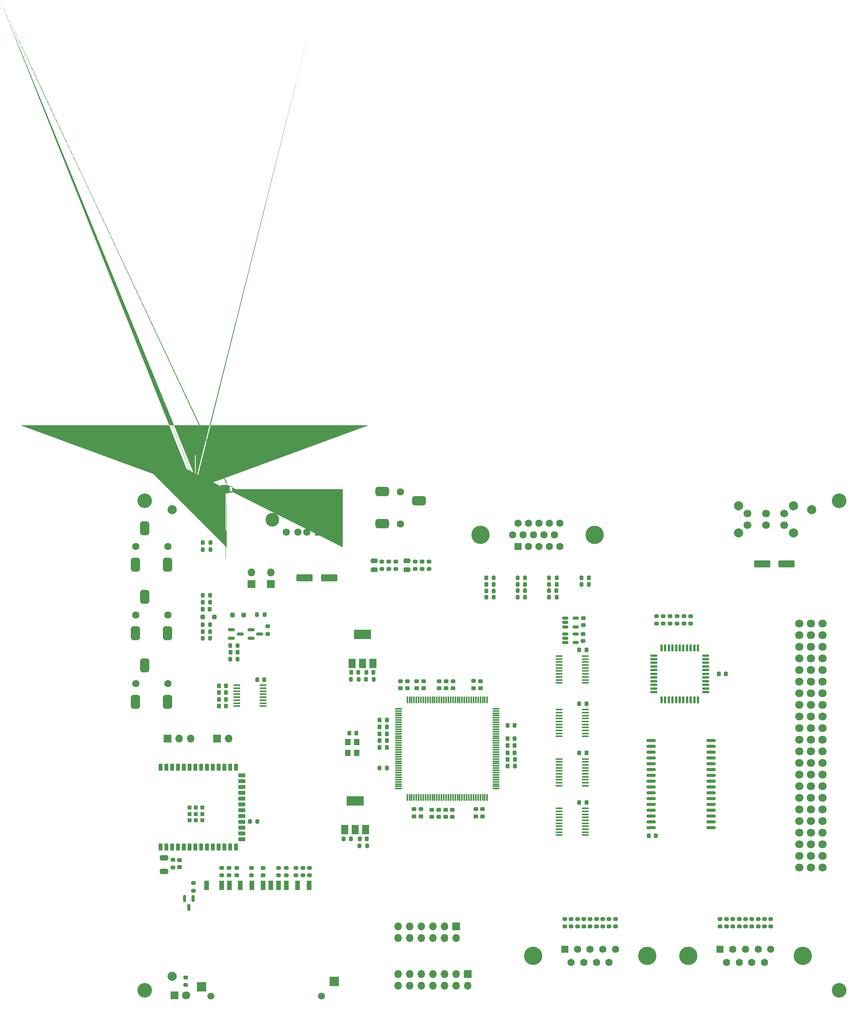
<source format=gts>
%TF.GenerationSoftware,KiCad,Pcbnew,(7.0.0)*%
%TF.CreationDate,2023-06-13T16:35:21-07:00*%
%TF.ProjectId,aquarius-plus,61717561-7269-4757-932d-706c75732e6b,rev?*%
%TF.SameCoordinates,Original*%
%TF.FileFunction,Soldermask,Top*%
%TF.FilePolarity,Negative*%
%FSLAX46Y46*%
G04 Gerber Fmt 4.6, Leading zero omitted, Abs format (unit mm)*
G04 Created by KiCad (PCBNEW (7.0.0)) date 2023-06-13 16:35:21*
%MOMM*%
%LPD*%
G01*
G04 APERTURE LIST*
G04 Aperture macros list*
%AMRoundRect*
0 Rectangle with rounded corners*
0 $1 Rounding radius*
0 $2 $3 $4 $5 $6 $7 $8 $9 X,Y pos of 4 corners*
0 Add a 4 corners polygon primitive as box body*
4,1,4,$2,$3,$4,$5,$6,$7,$8,$9,$2,$3,0*
0 Add four circle primitives for the rounded corners*
1,1,$1+$1,$2,$3*
1,1,$1+$1,$4,$5*
1,1,$1+$1,$6,$7*
1,1,$1+$1,$8,$9*
0 Add four rect primitives between the rounded corners*
20,1,$1+$1,$2,$3,$4,$5,0*
20,1,$1+$1,$4,$5,$6,$7,0*
20,1,$1+$1,$6,$7,$8,$9,0*
20,1,$1+$1,$8,$9,$2,$3,0*%
%AMFreePoly0*
4,1,205,1.200354,0.780354,1.200500,0.780000,1.200500,-0.775000,1.200354,-0.775354,1.200000,-0.775500,0.002000,-0.775500,0.001646,-0.775354,0.001500,-0.775000,0.001500,-0.774762,0.000000,-0.775000,-0.001500,-0.774762,-0.001500,-0.775000,-0.001503,-0.775009,-0.001500,-0.775020,-0.001580,-0.775194,-0.001646,-0.775354,-0.001655,-0.775357,-0.001660,-0.775368,-0.001839,-0.775433,-0.002000,-0.775500,
-0.002009,-0.775496,-0.002020,-0.775500,-0.027020,-0.774500,-0.027028,-0.774495,-0.027038,-0.774499,-0.053038,-0.772499,-0.053047,-0.772494,-0.053057,-0.772497,-0.079057,-0.769497,-0.079075,-0.769486,-0.079095,-0.769491,-0.105094,-0.764491,-0.105104,-0.764484,-0.105117,-0.764486,-0.130117,-0.758486,-0.130124,-0.758480,-0.130134,-0.758482,-0.155135,-0.751481,-0.155148,-0.751470,-0.155169,-0.751471,
-0.180169,-0.742470,-0.180177,-0.742462,-0.180192,-0.742462,-0.204192,-0.732462,-0.204198,-0.732455,-0.204208,-0.732455,-0.228208,-0.721455,-0.228223,-0.721437,-0.228246,-0.721435,-0.251246,-0.708435,-0.251248,-0.708431,-0.251254,-0.708431,-0.273254,-0.695430,-0.273267,-0.695412,-0.273291,-0.695407,-0.294291,-0.680407,-0.294295,-0.680400,-0.294303,-0.680398,-0.315303,-0.664398,-0.315310,-0.664385,
-0.315324,-0.664381,-0.335324,-0.647381,-0.335330,-0.647368,-0.335344,-0.647363,-0.354344,-0.629363,-0.354349,-0.629349,-0.354363,-0.629344,-0.372363,-0.610344,-0.372368,-0.610330,-0.372381,-0.610324,-0.389381,-0.590324,-0.389385,-0.590310,-0.389398,-0.590303,-0.405398,-0.569303,-0.405400,-0.569295,-0.405407,-0.569291,-0.420407,-0.548291,-0.420412,-0.548267,-0.420430,-0.548254,-0.433430,-0.526254,
-0.433430,-0.526249,-0.433435,-0.526246,-0.446435,-0.503246,-0.446437,-0.503224,-0.446454,-0.503209,-0.457455,-0.479208,-0.457455,-0.479198,-0.457462,-0.479192,-0.467462,-0.455192,-0.467462,-0.455178,-0.467470,-0.455170,-0.476470,-0.430169,-0.476469,-0.430150,-0.476481,-0.430135,-0.483481,-0.405135,-0.483479,-0.405125,-0.483486,-0.405117,-0.489486,-0.380117,-0.489484,-0.380104,-0.489491,-0.380094,
-0.494491,-0.354094,-0.494487,-0.354075,-0.494497,-0.354058,-0.497497,-0.328057,-0.497494,-0.328048,-0.497499,-0.328039,-0.499499,-0.302038,-0.499495,-0.302028,-0.499500,-0.302019,-0.500500,-0.275019,-0.500496,-0.275008,-0.500500,-0.275000,-0.500500,0.275000,-0.500496,0.275008,-0.500500,0.275019,-0.499500,0.301019,-0.499495,0.301028,-0.499499,0.301038,-0.497499,0.327039,-0.497494,0.327048,
-0.497497,0.327057,-0.494497,0.353058,-0.494487,0.353075,-0.494491,0.353094,-0.489491,0.379094,-0.489484,0.379104,-0.489486,0.379117,-0.483486,0.404117,-0.483482,0.404122,-0.483483,0.404130,-0.476483,0.430130,-0.476467,0.430150,-0.476468,0.430176,-0.467468,0.454176,-0.467462,0.454182,-0.467462,0.454192,-0.457462,0.478192,-0.457455,0.478198,-0.457455,0.478208,-0.446454,0.502209,
-0.446437,0.502224,-0.446435,0.502246,-0.433435,0.525246,-0.433424,0.525254,-0.433422,0.525268,-0.405422,0.569269,-0.405403,0.569281,-0.405398,0.569303,-0.389398,0.590303,-0.389385,0.590310,-0.389381,0.590324,-0.372381,0.610324,-0.372368,0.610330,-0.372363,0.610344,-0.354363,0.629344,-0.354349,0.629349,-0.354344,0.629363,-0.335344,0.647363,-0.335330,0.647368,-0.335324,0.647381,
-0.315324,0.664381,-0.315310,0.664385,-0.315303,0.664398,-0.294303,0.680398,-0.294280,0.680403,-0.294268,0.680422,-0.250268,0.708422,-0.250254,0.708424,-0.250246,0.708435,-0.227246,0.721435,-0.227223,0.721437,-0.227208,0.721455,-0.203208,0.732455,-0.203198,0.732455,-0.203192,0.732462,-0.179192,0.742462,-0.179182,0.742462,-0.179176,0.742468,-0.155176,0.751468,-0.155150,0.751467,
-0.155130,0.751483,-0.129130,0.758483,-0.129122,0.758482,-0.129117,0.758486,-0.104117,0.764486,-0.104104,0.764484,-0.104094,0.764491,-0.078095,0.769491,-0.078075,0.769486,-0.078057,0.769497,-0.052057,0.772497,-0.052047,0.772494,-0.052038,0.772499,-0.026038,0.774499,-0.026028,0.774495,-0.026019,0.774500,-0.000019,0.775500,-0.000008,0.775496,0.000000,0.775500,1.194500,0.775500,
1.194500,0.780000,1.194646,0.780354,1.195000,0.780500,1.200000,0.780500,1.200354,0.780354,1.200354,0.780354,$1*%
%AMFreePoly1*
4,1,205,-0.001646,0.775354,-0.001500,0.775000,-0.001500,0.774762,0.000000,0.775000,0.001500,0.774762,0.001500,0.775000,0.001503,0.775009,0.001500,0.775020,0.001580,0.775194,0.001646,0.775354,0.001655,0.775357,0.001660,0.775368,0.001839,0.775433,0.002000,0.775500,0.002009,0.775496,0.002020,0.775500,0.027020,0.774500,0.027028,0.774495,0.027038,0.774499,0.053039,0.772499,
0.053048,0.772494,0.053057,0.772497,0.079058,0.769497,0.079075,0.769487,0.079094,0.769491,0.105094,0.764491,0.105104,0.764484,0.105117,0.764486,0.130117,0.758486,0.130125,0.758479,0.130135,0.758481,0.155135,0.751481,0.155150,0.751469,0.155169,0.751470,0.180170,0.742470,0.180178,0.742462,0.180192,0.742462,0.204192,0.732462,0.204198,0.732455,0.204208,0.732455,
0.228209,0.721454,0.228224,0.721437,0.228246,0.721435,0.251246,0.708435,0.251249,0.708430,0.251254,0.708430,0.273254,0.695430,0.273267,0.695412,0.273291,0.695407,0.294291,0.680407,0.294295,0.680400,0.294303,0.680398,0.315303,0.664398,0.315310,0.664385,0.315324,0.664381,0.335324,0.647381,0.335330,0.647368,0.335344,0.647363,0.354344,0.629363,0.354349,0.629349,
0.354363,0.629344,0.372363,0.610344,0.372368,0.610330,0.372381,0.610324,0.389381,0.590324,0.389385,0.590310,0.389398,0.590303,0.405398,0.569303,0.405400,0.569295,0.405407,0.569291,0.420407,0.548291,0.420412,0.548267,0.420430,0.548254,0.433431,0.526254,0.433431,0.526248,0.433435,0.526246,0.446435,0.503246,0.446437,0.503223,0.446455,0.503208,0.457455,0.479208,
0.457455,0.479198,0.457462,0.479192,0.467462,0.455192,0.467462,0.455177,0.467470,0.455169,0.476471,0.430169,0.476470,0.430148,0.476481,0.430135,0.483482,0.405134,0.483480,0.405124,0.483486,0.405117,0.489486,0.380117,0.489484,0.380104,0.489491,0.380094,0.494491,0.354095,0.494486,0.354075,0.494497,0.354057,0.497497,0.328057,0.497494,0.328047,0.497499,0.328038,
0.499499,0.302038,0.499495,0.302028,0.499500,0.302019,0.500500,0.275018,0.500496,0.275008,0.500500,0.275000,0.500500,-0.275000,0.500496,-0.275008,0.500500,-0.275019,0.499500,-0.301019,0.499495,-0.301028,0.499499,-0.301038,0.497499,-0.327038,0.497494,-0.327047,0.497497,-0.327057,0.494497,-0.353057,0.494486,-0.353075,0.494491,-0.353095,0.489491,-0.379094,0.489484,-0.379104,
0.489486,-0.379117,0.483486,-0.404117,0.483482,-0.404122,0.483483,-0.404130,0.476483,-0.430130,0.476467,-0.430150,0.476468,-0.430176,0.467468,-0.454176,0.467462,-0.454182,0.467462,-0.454192,0.457462,-0.478192,0.457455,-0.478198,0.457455,-0.478208,0.446455,-0.502208,0.446437,-0.502223,0.446435,-0.502246,0.433435,-0.525246,0.433424,-0.525254,0.433422,-0.525268,0.405422,-0.569268,
0.405403,-0.569280,0.405398,-0.569303,0.389398,-0.590303,0.389385,-0.590310,0.389381,-0.590324,0.372381,-0.610324,0.372368,-0.610330,0.372363,-0.610344,0.354363,-0.629344,0.354349,-0.629349,0.354344,-0.629363,0.335344,-0.647363,0.335330,-0.647368,0.335324,-0.647381,0.315324,-0.664381,0.315310,-0.664385,0.315303,-0.664398,0.294303,-0.680398,0.294281,-0.680403,0.294269,-0.680422,
0.250268,-0.708422,0.250254,-0.708424,0.250246,-0.708435,0.227246,-0.721435,0.227224,-0.721437,0.227209,-0.721454,0.203208,-0.732455,0.203198,-0.732455,0.203192,-0.732462,0.179192,-0.742462,0.179182,-0.742462,0.179176,-0.742468,0.155176,-0.751468,0.155150,-0.751467,0.155130,-0.751483,0.129130,-0.758483,0.129122,-0.758482,0.129117,-0.758486,0.104117,-0.764486,0.104104,-0.764484,
0.104094,-0.764491,0.078094,-0.769491,0.078075,-0.769487,0.078058,-0.769497,0.052057,-0.772497,0.052048,-0.772494,0.052039,-0.772499,0.026038,-0.774499,0.026028,-0.774495,0.026019,-0.774500,0.000019,-0.775500,0.000008,-0.775496,0.000000,-0.775500,-1.194500,-0.775500,-1.194500,-0.780000,-1.194646,-0.780354,-1.195000,-0.780500,-1.200000,-0.780500,-1.200354,-0.780354,-1.200500,-0.780000,
-1.200500,0.775000,-1.200354,0.775354,-1.200000,0.775500,-0.002000,0.775500,-0.001646,0.775354,-0.001646,0.775354,$1*%
G04 Aperture macros list end*
%ADD10C,0.000100*%
%ADD11RoundRect,0.225000X0.250000X-0.225000X0.250000X0.225000X-0.250000X0.225000X-0.250000X-0.225000X0*%
%ADD12RoundRect,0.200000X0.275000X-0.200000X0.275000X0.200000X-0.275000X0.200000X-0.275000X-0.200000X0*%
%ADD13C,1.800000*%
%ADD14RoundRect,0.200000X-0.275000X0.200000X-0.275000X-0.200000X0.275000X-0.200000X0.275000X0.200000X0*%
%ADD15RoundRect,0.100000X-0.637500X-0.100000X0.637500X-0.100000X0.637500X0.100000X-0.637500X0.100000X0*%
%ADD16RoundRect,0.150000X0.875000X0.150000X-0.875000X0.150000X-0.875000X-0.150000X0.875000X-0.150000X0*%
%ADD17R,1.700000X1.700000*%
%ADD18O,1.700000X1.700000*%
%ADD19RoundRect,0.200000X-0.200000X-0.275000X0.200000X-0.275000X0.200000X0.275000X-0.200000X0.275000X0*%
%ADD20RoundRect,0.225000X-0.250000X0.225000X-0.250000X-0.225000X0.250000X-0.225000X0.250000X0.225000X0*%
%ADD21C,4.000000*%
%ADD22R,1.600000X1.600000*%
%ADD23C,1.600000*%
%ADD24R,1.500000X2.000000*%
%ADD25R,3.800000X2.000000*%
%ADD26RoundRect,0.075000X-0.075000X0.662500X-0.075000X-0.662500X0.075000X-0.662500X0.075000X0.662500X0*%
%ADD27RoundRect,0.075000X-0.662500X0.075000X-0.662500X-0.075000X0.662500X-0.075000X0.662500X0.075000X0*%
%ADD28C,3.200000*%
%ADD29RoundRect,0.225000X0.225000X0.250000X-0.225000X0.250000X-0.225000X-0.250000X0.225000X-0.250000X0*%
%ADD30RoundRect,0.225000X-0.225000X-0.250000X0.225000X-0.250000X0.225000X0.250000X-0.225000X0.250000X0*%
%ADD31RoundRect,0.250000X0.475000X-0.250000X0.475000X0.250000X-0.475000X0.250000X-0.475000X-0.250000X0*%
%ADD32RoundRect,0.150000X-0.587500X-0.150000X0.587500X-0.150000X0.587500X0.150000X-0.587500X0.150000X0*%
%ADD33RoundRect,0.200000X0.200000X0.275000X-0.200000X0.275000X-0.200000X-0.275000X0.200000X-0.275000X0*%
%ADD34RoundRect,0.500000X0.500000X-1.000000X0.500000X1.000000X-0.500000X1.000000X-0.500000X-1.000000X0*%
%ADD35C,2.000000*%
%ADD36C,1.700000*%
%ADD37R,0.400000X1.350000*%
%ADD38FreePoly0,180.000000*%
%ADD39O,1.300000X0.650000*%
%ADD40R,1.500000X1.550000*%
%ADD41FreePoly1,180.000000*%
%ADD42C,1.500000*%
%ADD43R,1.000000X2.000000*%
%ADD44RoundRect,0.000000X-0.500000X-1.000000X0.500000X-1.000000X0.500000X1.000000X-0.500000X1.000000X0*%
%ADD45R,2.000000X2.000000*%
%ADD46RoundRect,0.150000X-0.512500X-0.150000X0.512500X-0.150000X0.512500X0.150000X-0.512500X0.150000X0*%
%ADD47RoundRect,0.137500X0.600000X0.137500X-0.600000X0.137500X-0.600000X-0.137500X0.600000X-0.137500X0*%
%ADD48RoundRect,0.137500X0.137500X0.600000X-0.137500X0.600000X-0.137500X-0.600000X0.137500X-0.600000X0*%
%ADD49R,1.600000X1.500000*%
%ADD50C,3.000000*%
%ADD51R,1.800000X1.800000*%
%ADD52RoundRect,0.250000X1.500000X0.550000X-1.500000X0.550000X-1.500000X-0.550000X1.500000X-0.550000X0*%
%ADD53RoundRect,0.250000X0.250000X0.250000X-0.250000X0.250000X-0.250000X-0.250000X0.250000X-0.250000X0*%
%ADD54R,1.200000X1.400000*%
%ADD55RoundRect,0.250000X-0.650000X0.325000X-0.650000X-0.325000X0.650000X-0.325000X0.650000X0.325000X0*%
%ADD56RoundRect,0.500000X-1.000000X-0.500000X1.000000X-0.500000X1.000000X0.500000X-1.000000X0.500000X0*%
%ADD57RoundRect,0.225000X0.225000X0.525000X-0.225000X0.525000X-0.225000X-0.525000X0.225000X-0.525000X0*%
%ADD58RoundRect,0.225000X-0.525000X0.225000X-0.525000X-0.225000X0.525000X-0.225000X0.525000X0.225000X0*%
%ADD59RoundRect,0.225000X-0.225000X-0.525000X0.225000X-0.525000X0.225000X0.525000X-0.225000X0.525000X0*%
%ADD60RoundRect,0.225000X-0.225000X-0.225000X0.225000X-0.225000X0.225000X0.225000X-0.225000X0.225000X0*%
%ADD61RoundRect,0.150000X-0.150000X0.587500X-0.150000X-0.587500X0.150000X-0.587500X0.150000X0.587500X0*%
G04 APERTURE END LIST*
%TO.C,J1*%
G36*
X87093152Y-35585469D02*
G01*
X87119152Y-35587469D01*
X87145152Y-35590469D01*
X87171152Y-35595469D01*
X87196152Y-35601469D01*
X87222152Y-35608469D01*
X87246152Y-35617469D01*
X87270152Y-35627469D01*
X87294152Y-35638469D01*
X87317152Y-35651469D01*
X87339152Y-35665469D01*
X87361152Y-35679469D01*
X87382152Y-35695469D01*
X87402152Y-35712469D01*
X87421152Y-35730469D01*
X87439152Y-35749469D01*
X87456152Y-35769469D01*
X87472152Y-35790469D01*
X87486152Y-35812469D01*
X87500152Y-35834469D01*
X87513152Y-35857469D01*
X87524152Y-35881469D01*
X87534152Y-35905469D01*
X87543152Y-35929469D01*
X87550152Y-35955469D01*
X87556152Y-35980469D01*
X87561152Y-36006469D01*
X87564152Y-36032469D01*
X87566152Y-36058469D01*
X87567152Y-36084469D01*
X87567152Y-36834469D01*
X87566152Y-36860469D01*
X87564152Y-36886469D01*
X87561152Y-36912469D01*
X87556152Y-36938469D01*
X87550152Y-36963469D01*
X87543152Y-36989469D01*
X87534152Y-37013469D01*
X87524152Y-37037469D01*
X87513152Y-37061469D01*
X87500152Y-37084469D01*
X87486152Y-37106469D01*
X87472152Y-37128469D01*
X87456152Y-37149469D01*
X87439152Y-37169469D01*
X87421152Y-37188469D01*
X87402152Y-37206469D01*
X87382152Y-37223469D01*
X87361152Y-37239469D01*
X87339152Y-37253469D01*
X87317152Y-37267469D01*
X87294152Y-37280469D01*
X87270152Y-37291469D01*
X87246152Y-37301469D01*
X87222152Y-37310469D01*
X87196152Y-37317469D01*
X87171152Y-37323469D01*
X87145152Y-37328469D01*
X87119152Y-37331469D01*
X87093152Y-37333469D01*
X87067152Y-37334469D01*
X85667152Y-37334469D01*
X85667152Y-35584469D01*
X87067152Y-35584469D01*
X87093152Y-35585469D01*
G37*
D10*
X87093152Y-35585469D02*
X87119152Y-35587469D01*
X87145152Y-35590469D01*
X87171152Y-35595469D01*
X87196152Y-35601469D01*
X87222152Y-35608469D01*
X87246152Y-35617469D01*
X87270152Y-35627469D01*
X87294152Y-35638469D01*
X87317152Y-35651469D01*
X87339152Y-35665469D01*
X87361152Y-35679469D01*
X87382152Y-35695469D01*
X87402152Y-35712469D01*
X87421152Y-35730469D01*
X87439152Y-35749469D01*
X87456152Y-35769469D01*
X87472152Y-35790469D01*
X87486152Y-35812469D01*
X87500152Y-35834469D01*
X87513152Y-35857469D01*
X87524152Y-35881469D01*
X87534152Y-35905469D01*
X87543152Y-35929469D01*
X87550152Y-35955469D01*
X87556152Y-35980469D01*
X87561152Y-36006469D01*
X87564152Y-36032469D01*
X87566152Y-36058469D01*
X87567152Y-36084469D01*
X87567152Y-36834469D01*
X87566152Y-36860469D01*
X87564152Y-36886469D01*
X87561152Y-36912469D01*
X87556152Y-36938469D01*
X87550152Y-36963469D01*
X87543152Y-36989469D01*
X87534152Y-37013469D01*
X87524152Y-37037469D01*
X87513152Y-37061469D01*
X87500152Y-37084469D01*
X87486152Y-37106469D01*
X87472152Y-37128469D01*
X87456152Y-37149469D01*
X87439152Y-37169469D01*
X87421152Y-37188469D01*
X87402152Y-37206469D01*
X87382152Y-37223469D01*
X87361152Y-37239469D01*
X87339152Y-37253469D01*
X87317152Y-37267469D01*
X87294152Y-37280469D01*
X87270152Y-37291469D01*
X87246152Y-37301469D01*
X87222152Y-37310469D01*
X87196152Y-37317469D01*
X87171152Y-37323469D01*
X87145152Y-37328469D01*
X87119152Y-37331469D01*
X87093152Y-37333469D01*
X87067152Y-37334469D01*
X85667152Y-37334469D01*
X85667152Y-35584469D01*
X87067152Y-35584469D01*
X87093152Y-35585469D01*
G36*
X81267152Y-37334469D02*
G01*
X79867152Y-37334469D01*
X79841152Y-37333469D01*
X79815152Y-37331469D01*
X79789152Y-37328469D01*
X79763152Y-37323469D01*
X79738152Y-37317469D01*
X79712152Y-37310469D01*
X79688152Y-37301469D01*
X79664152Y-37291469D01*
X79640152Y-37280469D01*
X79617152Y-37267469D01*
X79595152Y-37253469D01*
X79573152Y-37239469D01*
X79552152Y-37223469D01*
X79532152Y-37206469D01*
X79513152Y-37188469D01*
X79495152Y-37169469D01*
X79478152Y-37149469D01*
X79462152Y-37128469D01*
X79448152Y-37106469D01*
X79434152Y-37084469D01*
X79421152Y-37061469D01*
X79410152Y-37037469D01*
X79400152Y-37013469D01*
X79391152Y-36989469D01*
X79384152Y-36963469D01*
X79378152Y-36938469D01*
X79373152Y-36912469D01*
X79370152Y-36886469D01*
X79368152Y-36860469D01*
X79367152Y-36834469D01*
X79367152Y-36084469D01*
X79368152Y-36058469D01*
X79370152Y-36032469D01*
X79373152Y-36006469D01*
X79378152Y-35980469D01*
X79384152Y-35955469D01*
X79391152Y-35929469D01*
X79400152Y-35905469D01*
X79410152Y-35881469D01*
X79421152Y-35857469D01*
X79434152Y-35834469D01*
X79448152Y-35812469D01*
X79462152Y-35790469D01*
X79478152Y-35769469D01*
X79495152Y-35749469D01*
X79513152Y-35730469D01*
X79532152Y-35712469D01*
X79552152Y-35695469D01*
X79573152Y-35679469D01*
X79595152Y-35665469D01*
X79617152Y-35651469D01*
X79640152Y-35638469D01*
X79664152Y-35627469D01*
X79688152Y-35617469D01*
X79712152Y-35608469D01*
X79738152Y-35601469D01*
X79763152Y-35595469D01*
X79789152Y-35590469D01*
X79815152Y-35587469D01*
X79841152Y-35585469D01*
X79867152Y-35584469D01*
X81267152Y-35584469D01*
X81267152Y-37334469D01*
G37*
X81267152Y-37334469D02*
X79867152Y-37334469D01*
X79841152Y-37333469D01*
X79815152Y-37331469D01*
X79789152Y-37328469D01*
X79763152Y-37323469D01*
X79738152Y-37317469D01*
X79712152Y-37310469D01*
X79688152Y-37301469D01*
X79664152Y-37291469D01*
X79640152Y-37280469D01*
X79617152Y-37267469D01*
X79595152Y-37253469D01*
X79573152Y-37239469D01*
X79552152Y-37223469D01*
X79532152Y-37206469D01*
X79513152Y-37188469D01*
X79495152Y-37169469D01*
X79478152Y-37149469D01*
X79462152Y-37128469D01*
X79448152Y-37106469D01*
X79434152Y-37084469D01*
X79421152Y-37061469D01*
X79410152Y-37037469D01*
X79400152Y-37013469D01*
X79391152Y-36989469D01*
X79384152Y-36963469D01*
X79378152Y-36938469D01*
X79373152Y-36912469D01*
X79370152Y-36886469D01*
X79368152Y-36860469D01*
X79367152Y-36834469D01*
X79367152Y-36084469D01*
X79368152Y-36058469D01*
X79370152Y-36032469D01*
X79373152Y-36006469D01*
X79378152Y-35980469D01*
X79384152Y-35955469D01*
X79391152Y-35929469D01*
X79400152Y-35905469D01*
X79410152Y-35881469D01*
X79421152Y-35857469D01*
X79434152Y-35834469D01*
X79448152Y-35812469D01*
X79462152Y-35790469D01*
X79478152Y-35769469D01*
X79495152Y-35749469D01*
X79513152Y-35730469D01*
X79532152Y-35712469D01*
X79552152Y-35695469D01*
X79573152Y-35679469D01*
X79595152Y-35665469D01*
X79617152Y-35651469D01*
X79640152Y-35638469D01*
X79664152Y-35627469D01*
X79688152Y-35617469D01*
X79712152Y-35608469D01*
X79738152Y-35601469D01*
X79763152Y-35595469D01*
X79789152Y-35590469D01*
X79815152Y-35587469D01*
X79841152Y-35585469D01*
X79867152Y-35584469D01*
X81267152Y-35584469D01*
X81267152Y-37334469D01*
%TD*%
D11*
%TO.C,C21*%
X140997000Y-79981200D03*
X140997000Y-78431200D03*
%TD*%
D12*
%TO.C,R66*%
X204645000Y-132080000D03*
X204645000Y-130430000D03*
%TD*%
D13*
%TO.C,J7*%
X214825000Y-65830000D03*
X212285000Y-65830000D03*
X217365000Y-65830000D03*
X214825000Y-68370000D03*
X212285000Y-68370000D03*
X217365000Y-68370000D03*
X214825000Y-70910000D03*
X212285000Y-70910000D03*
X217365000Y-70910000D03*
X214825000Y-73450000D03*
X212285000Y-73450000D03*
X217365000Y-73450000D03*
X214825000Y-75990000D03*
X212285000Y-75990000D03*
X217365000Y-75990000D03*
X214825000Y-78530000D03*
X212285000Y-78530000D03*
X217365000Y-78530000D03*
X214825000Y-81070000D03*
X212285000Y-81070000D03*
X217365000Y-81070000D03*
X214825000Y-83610000D03*
X212285000Y-83610000D03*
X217365000Y-83610000D03*
X214825000Y-86150000D03*
X212285000Y-86150000D03*
X217365000Y-86150000D03*
X214825000Y-88690000D03*
X212285000Y-88690000D03*
X217365000Y-88690000D03*
X214825000Y-91230000D03*
X212285000Y-91230000D03*
X217365000Y-91230000D03*
X214825000Y-93770000D03*
X212285000Y-93770000D03*
X217365000Y-93770000D03*
X214825000Y-96310000D03*
X212285000Y-96310000D03*
X217365000Y-96310000D03*
X214825000Y-98850000D03*
X212285000Y-98850000D03*
X217365000Y-98850000D03*
X214825000Y-101390000D03*
X212285000Y-101390000D03*
X217365000Y-101390000D03*
X214825000Y-103930000D03*
X212285000Y-103930000D03*
X217365000Y-103930000D03*
X214825000Y-106470000D03*
X212285000Y-106470000D03*
X217365000Y-106470000D03*
X214825000Y-109010000D03*
X212285000Y-109010000D03*
X217365000Y-109010000D03*
X214825000Y-111550000D03*
X212285000Y-111550000D03*
X217365000Y-111550000D03*
X214825000Y-114090000D03*
X212285000Y-114090000D03*
X217365000Y-114090000D03*
X214825000Y-116630000D03*
X212285000Y-116630000D03*
X217365000Y-116630000D03*
X214825000Y-119170000D03*
X212285000Y-119170000D03*
X217365000Y-119170000D03*
%TD*%
D14*
%TO.C,R24*%
X182497500Y-64238100D03*
X182497500Y-65888100D03*
%TD*%
D12*
%TO.C,R49*%
X75200000Y-119175000D03*
X75200000Y-117525000D03*
%TD*%
D15*
%TO.C,U5*%
X89194200Y-79361700D03*
X89194200Y-80011700D03*
X89194200Y-80661700D03*
X89194200Y-81311700D03*
X89194200Y-81961700D03*
X89194200Y-82611700D03*
X89194200Y-83261700D03*
X89194200Y-83911700D03*
X94919200Y-83911700D03*
X94919200Y-83261700D03*
X94919200Y-82611700D03*
X94919200Y-81961700D03*
X94919200Y-81311700D03*
X94919200Y-80661700D03*
X94919200Y-80011700D03*
X94919200Y-79361700D03*
%TD*%
D16*
%TO.C,U13*%
X192972700Y-110490000D03*
X192972700Y-109220000D03*
X192972700Y-107950000D03*
X192972700Y-106680000D03*
X192972700Y-105410000D03*
X192972700Y-104140000D03*
X192972700Y-102870000D03*
X192972700Y-101600000D03*
X192972700Y-100330000D03*
X192972700Y-99060000D03*
X192972700Y-97790000D03*
X192972700Y-96520000D03*
X192972700Y-95250000D03*
X192972700Y-93980000D03*
X192972700Y-92710000D03*
X192972700Y-91440000D03*
X179872700Y-91440000D03*
X179872700Y-92710000D03*
X179872700Y-93980000D03*
X179872700Y-95250000D03*
X179872700Y-96520000D03*
X179872700Y-97790000D03*
X179872700Y-99060000D03*
X179872700Y-100330000D03*
X179872700Y-101600000D03*
X179872700Y-102870000D03*
X179872700Y-104140000D03*
X179872700Y-105410000D03*
X179872700Y-106680000D03*
X179872700Y-107950000D03*
X179872700Y-109220000D03*
X179872700Y-110490000D03*
%TD*%
D17*
%TO.C,JP3*%
X84804199Y-91006999D03*
D18*
X87344199Y-91006999D03*
%TD*%
D14*
%TO.C,R47*%
X103611700Y-119273200D03*
X103611700Y-120923200D03*
%TD*%
D12*
%TO.C,R53*%
X165100000Y-132080000D03*
X165100000Y-130430000D03*
%TD*%
D19*
%TO.C,R20*%
X150609500Y-60120100D03*
X152259500Y-60120100D03*
%TD*%
%TO.C,R13*%
X157494300Y-57282000D03*
X159144300Y-57282000D03*
%TD*%
D20*
%TO.C,C46*%
X136350000Y-106562500D03*
X136350000Y-108112500D03*
%TD*%
D21*
%TO.C,J11*%
X187990000Y-138489700D03*
X212990000Y-138489700D03*
D22*
X194949999Y-137069699D03*
D23*
X197720000Y-137069700D03*
X200490000Y-137069700D03*
X203260000Y-137069700D03*
X206030000Y-137069700D03*
X196335000Y-139909700D03*
X199105000Y-139909700D03*
X201875000Y-139909700D03*
X204645000Y-139909700D03*
%TD*%
D12*
%TO.C,R64*%
X201875000Y-132080000D03*
X201875000Y-130430000D03*
%TD*%
%TO.C,R54*%
X166490000Y-132080000D03*
X166490000Y-130430000D03*
%TD*%
D11*
%TO.C,C4*%
X129699400Y-53898800D03*
X129699400Y-52348800D03*
%TD*%
D24*
%TO.C,U3*%
X114393326Y-74549999D03*
X116693326Y-74549999D03*
D25*
X116693326Y-68249999D03*
D24*
X118993326Y-74549999D03*
%TD*%
D20*
%TO.C,C52*%
X134850000Y-106562500D03*
X134850000Y-108112500D03*
%TD*%
D14*
%TO.C,R46*%
X102150300Y-119272500D03*
X102150300Y-120922500D03*
%TD*%
D26*
%TO.C,U6*%
X143970000Y-82550000D03*
X143470000Y-82550000D03*
X142970000Y-82550000D03*
X142470000Y-82550000D03*
X141970000Y-82550000D03*
X141470000Y-82550000D03*
X140970000Y-82550000D03*
X140470000Y-82550000D03*
X139970000Y-82550000D03*
X139470000Y-82550000D03*
X138970000Y-82550000D03*
X138470000Y-82550000D03*
X137970000Y-82550000D03*
X137470000Y-82550000D03*
X136970000Y-82550000D03*
X136470000Y-82550000D03*
X135970000Y-82550000D03*
X135470000Y-82550000D03*
X134970000Y-82550000D03*
X134470000Y-82550000D03*
X133970000Y-82550000D03*
X133470000Y-82550000D03*
X132970000Y-82550000D03*
X132470000Y-82550000D03*
X131970000Y-82550000D03*
X131470000Y-82550000D03*
X130970000Y-82550000D03*
X130470000Y-82550000D03*
X129970000Y-82550000D03*
X129470000Y-82550000D03*
X128970000Y-82550000D03*
X128470000Y-82550000D03*
X127970000Y-82550000D03*
X127470000Y-82550000D03*
X126970000Y-82550000D03*
X126470000Y-82550000D03*
D27*
X124557500Y-84462500D03*
X124557500Y-84962500D03*
X124557500Y-85462500D03*
X124557500Y-85962500D03*
X124557500Y-86462500D03*
X124557500Y-86962500D03*
X124557500Y-87462500D03*
X124557500Y-87962500D03*
X124557500Y-88462500D03*
X124557500Y-88962500D03*
X124557500Y-89462500D03*
X124557500Y-89962500D03*
X124557500Y-90462500D03*
X124557500Y-90962500D03*
X124557500Y-91462500D03*
X124557500Y-91962500D03*
X124557500Y-92462500D03*
X124557500Y-92962500D03*
X124557500Y-93462500D03*
X124557500Y-93962500D03*
X124557500Y-94462500D03*
X124557500Y-94962500D03*
X124557500Y-95462500D03*
X124557500Y-95962500D03*
X124557500Y-96462500D03*
X124557500Y-96962500D03*
X124557500Y-97462500D03*
X124557500Y-97962500D03*
X124557500Y-98462500D03*
X124557500Y-98962500D03*
X124557500Y-99462500D03*
X124557500Y-99962500D03*
X124557500Y-100462500D03*
X124557500Y-100962500D03*
X124557500Y-101462500D03*
X124557500Y-101962500D03*
D26*
X126470000Y-103875000D03*
X126970000Y-103875000D03*
X127470000Y-103875000D03*
X127970000Y-103875000D03*
X128470000Y-103875000D03*
X128970000Y-103875000D03*
X129470000Y-103875000D03*
X129970000Y-103875000D03*
X130470000Y-103875000D03*
X130970000Y-103875000D03*
X131470000Y-103875000D03*
X131970000Y-103875000D03*
X132470000Y-103875000D03*
X132970000Y-103875000D03*
X133470000Y-103875000D03*
X133970000Y-103875000D03*
X134470000Y-103875000D03*
X134970000Y-103875000D03*
X135470000Y-103875000D03*
X135970000Y-103875000D03*
X136470000Y-103875000D03*
X136970000Y-103875000D03*
X137470000Y-103875000D03*
X137970000Y-103875000D03*
X138470000Y-103875000D03*
X138970000Y-103875000D03*
X139470000Y-103875000D03*
X139970000Y-103875000D03*
X140470000Y-103875000D03*
X140970000Y-103875000D03*
X141470000Y-103875000D03*
X141970000Y-103875000D03*
X142470000Y-103875000D03*
X142970000Y-103875000D03*
X143470000Y-103875000D03*
X143970000Y-103875000D03*
D27*
X145882500Y-101962500D03*
X145882500Y-101462500D03*
X145882500Y-100962500D03*
X145882500Y-100462500D03*
X145882500Y-99962500D03*
X145882500Y-99462500D03*
X145882500Y-98962500D03*
X145882500Y-98462500D03*
X145882500Y-97962500D03*
X145882500Y-97462500D03*
X145882500Y-96962500D03*
X145882500Y-96462500D03*
X145882500Y-95962500D03*
X145882500Y-95462500D03*
X145882500Y-94962500D03*
X145882500Y-94462500D03*
X145882500Y-93962500D03*
X145882500Y-93462500D03*
X145882500Y-92962500D03*
X145882500Y-92462500D03*
X145882500Y-91962500D03*
X145882500Y-91462500D03*
X145882500Y-90962500D03*
X145882500Y-90462500D03*
X145882500Y-89962500D03*
X145882500Y-89462500D03*
X145882500Y-88962500D03*
X145882500Y-88462500D03*
X145882500Y-87962500D03*
X145882500Y-87462500D03*
X145882500Y-86962500D03*
X145882500Y-86462500D03*
X145882500Y-85962500D03*
X145882500Y-85462500D03*
X145882500Y-84962500D03*
X145882500Y-84462500D03*
%TD*%
D28*
%TO.C,H4*%
X221000000Y-146000000D03*
%TD*%
D19*
%TO.C,R15*%
X143738600Y-58716700D03*
X145388600Y-58716700D03*
%TD*%
D28*
%TO.C,H3*%
X69000000Y-146000000D03*
%TD*%
D14*
%TO.C,R25*%
X184000000Y-64238100D03*
X184000000Y-65888100D03*
%TD*%
D17*
%TO.C,JP1*%
X92349199Y-57250999D03*
D18*
X92349199Y-54710999D03*
%TD*%
D12*
%TO.C,R59*%
X194950000Y-132080000D03*
X194950000Y-130430000D03*
%TD*%
D29*
%TO.C,C47*%
X114100000Y-112925600D03*
X112550000Y-112925600D03*
%TD*%
D20*
%TO.C,C35*%
X133350000Y-106575000D03*
X133350000Y-108125000D03*
%TD*%
D30*
%TO.C,C55*%
X179296800Y-112226000D03*
X180846800Y-112226000D03*
%TD*%
D11*
%TO.C,C20*%
X125000000Y-79983800D03*
X125000000Y-78433800D03*
%TD*%
D31*
%TO.C,C3*%
X126449400Y-54073800D03*
X126449400Y-52173800D03*
%TD*%
D14*
%TO.C,R23*%
X181000000Y-64238100D03*
X181000000Y-65888100D03*
%TD*%
D19*
%TO.C,R22*%
X81675000Y-61200000D03*
X83325000Y-61200000D03*
%TD*%
D32*
%TO.C,Q2*%
X92300000Y-67200000D03*
X92300000Y-69100000D03*
X94175000Y-68150000D03*
%TD*%
D11*
%TO.C,C19*%
X136470000Y-79987500D03*
X136470000Y-78437500D03*
%TD*%
D12*
%TO.C,R4*%
X123945700Y-53957300D03*
X123945700Y-52307300D03*
%TD*%
D33*
%TO.C,R1*%
X83375000Y-48202700D03*
X81725000Y-48202700D03*
%TD*%
D23*
%TO.C,J6*%
X67100000Y-64000000D03*
X74100000Y-64000000D03*
D34*
X69020000Y-60000000D03*
X67020000Y-68000000D03*
X74020000Y-68000000D03*
%TD*%
D17*
%TO.C,J10*%
X137159999Y-132079999D03*
D18*
X137159999Y-134619999D03*
X134619999Y-132079999D03*
X134619999Y-134619999D03*
X132079999Y-132079999D03*
X132079999Y-134619999D03*
X129539999Y-132079999D03*
X129539999Y-134619999D03*
X126999999Y-132079999D03*
X126999999Y-134619999D03*
X124459999Y-132079999D03*
X124459999Y-134619999D03*
%TD*%
D19*
%TO.C,R18*%
X81675000Y-59690000D03*
X83325000Y-59690000D03*
%TD*%
D11*
%TO.C,C56*%
X94954900Y-120871400D03*
X94954900Y-119321400D03*
%TD*%
D29*
%TO.C,C48*%
X117625000Y-112925600D03*
X116075000Y-112925600D03*
%TD*%
D12*
%TO.C,R58*%
X172030000Y-132080000D03*
X172030000Y-130430000D03*
%TD*%
D29*
%TO.C,C45*%
X165685000Y-104941400D03*
X164135000Y-104941400D03*
%TD*%
D35*
%TO.C,FID1*%
X75000000Y-41000000D03*
%TD*%
D12*
%TO.C,R57*%
X170645000Y-132080000D03*
X170645000Y-130430000D03*
%TD*%
D19*
%TO.C,R33*%
X81675000Y-69100000D03*
X83325000Y-69100000D03*
%TD*%
D29*
%TO.C,C25*%
X86829400Y-79510100D03*
X85279400Y-79510100D03*
%TD*%
D35*
%TO.C,SW1*%
X210957500Y-46082500D03*
X210957500Y-40082500D03*
X198957500Y-46082500D03*
X198957500Y-40082500D03*
D36*
X208957500Y-44332500D03*
X204957500Y-44332500D03*
X200957500Y-44332500D03*
X208957500Y-41832500D03*
X204957500Y-41832500D03*
X200957500Y-41832500D03*
%TD*%
D29*
%TO.C,C26*%
X86825600Y-80962600D03*
X85275600Y-80962600D03*
%TD*%
D19*
%TO.C,R14*%
X164581300Y-57279100D03*
X166231300Y-57279100D03*
%TD*%
%TO.C,R39*%
X116025000Y-114425600D03*
X117675000Y-114425600D03*
%TD*%
%TO.C,R9*%
X157494300Y-55864900D03*
X159144300Y-55864900D03*
%TD*%
D29*
%TO.C,C41*%
X165685000Y-94131400D03*
X164135000Y-94131400D03*
%TD*%
D14*
%TO.C,R44*%
X98282900Y-119254000D03*
X98282900Y-120904000D03*
%TD*%
D29*
%TO.C,C30*%
X121995000Y-86962500D03*
X120445000Y-86962500D03*
%TD*%
D14*
%TO.C,R3*%
X120949400Y-52298800D03*
X120949400Y-53948800D03*
%TD*%
D11*
%TO.C,C15*%
X128550000Y-79987500D03*
X128550000Y-78437500D03*
%TD*%
D19*
%TO.C,R11*%
X143738600Y-57298300D03*
X145388600Y-57298300D03*
%TD*%
D17*
%TO.C,JP4*%
X73999999Y-90999999D03*
D18*
X76539999Y-90999999D03*
X79079999Y-90999999D03*
%TD*%
D30*
%TO.C,C40*%
X148445000Y-94100002D03*
X149995000Y-94100002D03*
%TD*%
D19*
%TO.C,R34*%
X87725000Y-73650000D03*
X89375000Y-73650000D03*
%TD*%
D37*
%TO.C,J1*%
X84767151Y-39159468D03*
X84117151Y-39159468D03*
X83467151Y-39159468D03*
X82817151Y-39159468D03*
X82167151Y-39159468D03*
D38*
X86967152Y-36459469D03*
D39*
X85967151Y-39159468D03*
D40*
X84467151Y-36459468D03*
X82467151Y-36459468D03*
D39*
X80967151Y-39159468D03*
D41*
X79967152Y-36459469D03*
%TD*%
D12*
%TO.C,R40*%
X85835800Y-120921600D03*
X85835800Y-119271600D03*
%TD*%
D14*
%TO.C,R27*%
X187000000Y-64225000D03*
X187000000Y-65875000D03*
%TD*%
D24*
%TO.C,U11*%
X112777499Y-110925599D03*
X115077499Y-110925599D03*
D25*
X115077499Y-104625599D03*
D24*
X117377499Y-110925599D03*
%TD*%
D29*
%TO.C,C33*%
X121983000Y-88476400D03*
X120433000Y-88476400D03*
%TD*%
D19*
%TO.C,R16*%
X150608400Y-58697000D03*
X152258400Y-58697000D03*
%TD*%
D29*
%TO.C,C29*%
X165685000Y-83351400D03*
X164135000Y-83351400D03*
%TD*%
D33*
%TO.C,R31*%
X83325000Y-67600000D03*
X81675000Y-67600000D03*
%TD*%
D17*
%TO.C,J13*%
X139699999Y-142499999D03*
D18*
X139699999Y-145039999D03*
X137159999Y-142499999D03*
X137159999Y-145039999D03*
X134619999Y-142499999D03*
X134619999Y-145039999D03*
X132079999Y-142499999D03*
X132079999Y-145039999D03*
X129539999Y-142499999D03*
X129539999Y-145039999D03*
X126999999Y-142499999D03*
X126999999Y-145039999D03*
X124459999Y-142499999D03*
X124459999Y-145039999D03*
%TD*%
D17*
%TO.C,JP2*%
X96589199Y-57250999D03*
D18*
X96589199Y-54710999D03*
%TD*%
D30*
%TO.C,C42*%
X148450000Y-95600000D03*
X150000000Y-95600000D03*
%TD*%
D23*
%TO.C,J8*%
X67100000Y-79000000D03*
X74100000Y-79000000D03*
D34*
X69020000Y-75000000D03*
X67020000Y-83000000D03*
X74020000Y-83000000D03*
%TD*%
D32*
%TO.C,Q1*%
X88012500Y-67200000D03*
X88012500Y-69100000D03*
X89887500Y-68150000D03*
%TD*%
D19*
%TO.C,R17*%
X157490500Y-58693000D03*
X159140500Y-58693000D03*
%TD*%
D20*
%TO.C,C49*%
X127970000Y-106437500D03*
X127970000Y-107987500D03*
%TD*%
D19*
%TO.C,R21*%
X157494300Y-60128100D03*
X159144300Y-60128100D03*
%TD*%
D12*
%TO.C,R51*%
X162335000Y-132080000D03*
X162335000Y-130430000D03*
%TD*%
D35*
%TO.C,FID3*%
X75000000Y-143000000D03*
%TD*%
D19*
%TO.C,R36*%
X114181627Y-78049300D03*
X115831627Y-78049300D03*
%TD*%
D20*
%TO.C,C57*%
X76659700Y-117575400D03*
X76659700Y-119125400D03*
%TD*%
D12*
%TO.C,R60*%
X196335000Y-132080000D03*
X196335000Y-130430000D03*
%TD*%
%TO.C,R68*%
X79650000Y-124275000D03*
X79650000Y-122625000D03*
%TD*%
D19*
%TO.C,R32*%
X81675000Y-66100000D03*
X83325000Y-66100000D03*
%TD*%
D14*
%TO.C,R69*%
X78000000Y-143225000D03*
X78000000Y-144875000D03*
%TD*%
D42*
%TO.C,J9*%
X83500000Y-147320000D03*
X107700000Y-147320000D03*
D43*
X102459999Y-123069999D03*
X99959999Y-123069999D03*
X96649999Y-123069999D03*
X94939999Y-123069999D03*
X92439999Y-123069999D03*
X89939999Y-123069999D03*
X87519999Y-123069999D03*
X85819999Y-123069999D03*
X104959999Y-123069999D03*
D44*
X98280000Y-123070000D03*
D43*
X82539999Y-123069999D03*
D45*
X110534999Y-144119999D03*
X81464999Y-145319999D03*
%TD*%
D46*
%TO.C,U2*%
X161035274Y-64686262D03*
X161035274Y-65636262D03*
X161035274Y-66586262D03*
X163310274Y-66586262D03*
X163310274Y-64686262D03*
%TD*%
D12*
%TO.C,R56*%
X169260000Y-132080000D03*
X169260000Y-130430000D03*
%TD*%
D14*
%TO.C,R43*%
X92411000Y-119257600D03*
X92411000Y-120907600D03*
%TD*%
D30*
%TO.C,C24*%
X194621300Y-76871400D03*
X196171300Y-76871400D03*
%TD*%
D14*
%TO.C,R26*%
X185500000Y-64238100D03*
X185500000Y-65888100D03*
%TD*%
D47*
%TO.C,U7*%
X191770000Y-80848100D03*
X191770000Y-80048100D03*
X191770000Y-79248100D03*
X191770000Y-78448100D03*
X191770000Y-77648100D03*
X191770000Y-76848100D03*
X191770000Y-76048100D03*
X191770000Y-75248100D03*
X191770000Y-74448100D03*
X191770000Y-73648100D03*
X191770000Y-72848100D03*
D48*
X190107500Y-71185600D03*
X189307500Y-71185600D03*
X188507500Y-71185600D03*
X187707500Y-71185600D03*
X186907500Y-71185600D03*
X186107500Y-71185600D03*
X185307500Y-71185600D03*
X184507500Y-71185600D03*
X183707500Y-71185600D03*
X182907500Y-71185600D03*
X182107500Y-71185600D03*
D47*
X180445000Y-72848100D03*
X180445000Y-73648100D03*
X180445000Y-74448100D03*
X180445000Y-75248100D03*
X180445000Y-76048100D03*
X180445000Y-76848100D03*
X180445000Y-77648100D03*
X180445000Y-78448100D03*
X180445000Y-79248100D03*
X180445000Y-80048100D03*
X180445000Y-80848100D03*
D48*
X182107500Y-82510600D03*
X182907500Y-82510600D03*
X183707500Y-82510600D03*
X184507500Y-82510600D03*
X185307500Y-82510600D03*
X186107500Y-82510600D03*
X186907500Y-82510600D03*
X187707500Y-82510600D03*
X188507500Y-82510600D03*
X189307500Y-82510600D03*
X190107500Y-82510600D03*
%TD*%
D19*
%TO.C,R35*%
X93575000Y-63950000D03*
X95225000Y-63950000D03*
%TD*%
D21*
%TO.C,J4*%
X167495000Y-46430000D03*
X142505000Y-46430000D03*
D22*
X150684999Y-48969999D03*
D23*
X152975000Y-48970000D03*
X155265000Y-48970000D03*
X157555000Y-48970000D03*
X159845000Y-48970000D03*
X149545000Y-46430000D03*
X151835000Y-46430000D03*
X154125000Y-46430000D03*
X156415000Y-46430000D03*
X158705000Y-46430000D03*
X150685000Y-43890000D03*
X152975000Y-43890000D03*
X155265000Y-43890000D03*
X157555000Y-43890000D03*
X159845000Y-43890000D03*
%TD*%
D15*
%TO.C,U4*%
X159684100Y-72980000D03*
X159684100Y-73630000D03*
X159684100Y-74280000D03*
X159684100Y-74930000D03*
X159684100Y-75580000D03*
X159684100Y-76230000D03*
X159684100Y-76880000D03*
X159684100Y-77530000D03*
X159684100Y-78180000D03*
X159684100Y-78830000D03*
X165409100Y-78830000D03*
X165409100Y-78180000D03*
X165409100Y-77530000D03*
X165409100Y-76880000D03*
X165409100Y-76230000D03*
X165409100Y-75580000D03*
X165409100Y-74930000D03*
X165409100Y-74280000D03*
X165409100Y-73630000D03*
X165409100Y-72980000D03*
%TD*%
D30*
%TO.C,C37*%
X148445000Y-91012500D03*
X149995000Y-91012500D03*
%TD*%
%TO.C,C39*%
X148445000Y-92512500D03*
X149995000Y-92512500D03*
%TD*%
D12*
%TO.C,R65*%
X203260000Y-132080000D03*
X203260000Y-130430000D03*
%TD*%
%TO.C,R6*%
X131206600Y-53943400D03*
X131206600Y-52293400D03*
%TD*%
D49*
%TO.C,J2*%
X106999999Y-45859999D03*
D23*
X104500000Y-45860000D03*
X102500000Y-45860000D03*
X100000000Y-45860000D03*
D50*
X110070000Y-43150000D03*
X96930000Y-43150000D03*
%TD*%
D28*
%TO.C,H1*%
X69000000Y-39000000D03*
%TD*%
D15*
%TO.C,U9*%
X159697500Y-95456400D03*
X159697500Y-96106400D03*
X159697500Y-96756400D03*
X159697500Y-97406400D03*
X159697500Y-98056400D03*
X159697500Y-98706400D03*
X159697500Y-99356400D03*
X159697500Y-100006400D03*
X159697500Y-100656400D03*
X159697500Y-101306400D03*
X165422500Y-101306400D03*
X165422500Y-100656400D03*
X165422500Y-100006400D03*
X165422500Y-99356400D03*
X165422500Y-98706400D03*
X165422500Y-98056400D03*
X165422500Y-97406400D03*
X165422500Y-96756400D03*
X165422500Y-96106400D03*
X165422500Y-95456400D03*
%TD*%
D12*
%TO.C,R62*%
X199105000Y-132080000D03*
X199105000Y-130430000D03*
%TD*%
%TO.C,R61*%
X197720000Y-132080000D03*
X197720000Y-130430000D03*
%TD*%
D14*
%TO.C,R45*%
X99981100Y-119267600D03*
X99981100Y-120917600D03*
%TD*%
D11*
%TO.C,C14*%
X126470000Y-79987500D03*
X126470000Y-78437500D03*
%TD*%
D29*
%TO.C,C43*%
X121995000Y-97462500D03*
X120445000Y-97462500D03*
%TD*%
D20*
%TO.C,C51*%
X131850000Y-106562500D03*
X131850000Y-108112500D03*
%TD*%
D51*
%TO.C,D3*%
X75499999Y-147174999D03*
D13*
X78040000Y-147175000D03*
%TD*%
D15*
%TO.C,U8*%
X159697500Y-84676400D03*
X159697500Y-85326400D03*
X159697500Y-85976400D03*
X159697500Y-86626400D03*
X159697500Y-87276400D03*
X159697500Y-87926400D03*
X159697500Y-88576400D03*
X159697500Y-89226400D03*
X159697500Y-89876400D03*
X159697500Y-90526400D03*
X165422500Y-90526400D03*
X165422500Y-89876400D03*
X165422500Y-89226400D03*
X165422500Y-88576400D03*
X165422500Y-87926400D03*
X165422500Y-87276400D03*
X165422500Y-86626400D03*
X165422500Y-85976400D03*
X165422500Y-85326400D03*
X165422500Y-84676400D03*
%TD*%
D19*
%TO.C,R12*%
X150609500Y-57273900D03*
X152259500Y-57273900D03*
%TD*%
%TO.C,R19*%
X143738600Y-60135000D03*
X145388600Y-60135000D03*
%TD*%
D29*
%TO.C,C27*%
X86825600Y-82421800D03*
X85275600Y-82421800D03*
%TD*%
D14*
%TO.C,R5*%
X128199400Y-52298800D03*
X128199400Y-53948800D03*
%TD*%
D30*
%TO.C,C6*%
X81725000Y-62700000D03*
X83275000Y-62700000D03*
%TD*%
D28*
%TO.C,H2*%
X221000000Y-39000000D03*
%TD*%
D33*
%TO.C,R2*%
X83375000Y-49702700D03*
X81725000Y-49702700D03*
%TD*%
D29*
%TO.C,C36*%
X121995000Y-91462500D03*
X120445000Y-91462500D03*
%TD*%
%TO.C,C10*%
X165671600Y-71655000D03*
X164121600Y-71655000D03*
%TD*%
D52*
%TO.C,C7*%
X109380000Y-55880000D03*
X103980000Y-55880000D03*
%TD*%
D29*
%TO.C,C23*%
X95202000Y-78139900D03*
X93652000Y-78139900D03*
%TD*%
D11*
%TO.C,C2*%
X122449400Y-53898800D03*
X122449400Y-52348800D03*
%TD*%
D53*
%TO.C,D2*%
X90700000Y-64000000D03*
X88200000Y-64000000D03*
%TD*%
D54*
%TO.C,X1*%
X113499999Y-91749999D03*
X113499999Y-94149999D03*
X115399999Y-94149999D03*
X115399999Y-91749999D03*
%TD*%
D30*
%TO.C,C31*%
X148446200Y-88090600D03*
X149996200Y-88090600D03*
%TD*%
D20*
%TO.C,C53*%
X142950000Y-106443000D03*
X142950000Y-107993000D03*
%TD*%
D11*
%TO.C,C16*%
X130050000Y-79987500D03*
X130050000Y-78437500D03*
%TD*%
D29*
%TO.C,C38*%
X121995100Y-92991200D03*
X120445100Y-92991200D03*
%TD*%
%TO.C,C11*%
X89325000Y-72150000D03*
X87775000Y-72150000D03*
%TD*%
D15*
%TO.C,U12*%
X159697500Y-106266400D03*
X159697500Y-106916400D03*
X159697500Y-107566400D03*
X159697500Y-108216400D03*
X159697500Y-108866400D03*
X159697500Y-109516400D03*
X159697500Y-110166400D03*
X159697500Y-110816400D03*
X159697500Y-111466400D03*
X159697500Y-112116400D03*
X165422500Y-112116400D03*
X165422500Y-111466400D03*
X165422500Y-110816400D03*
X165422500Y-110166400D03*
X165422500Y-109516400D03*
X165422500Y-108866400D03*
X165422500Y-108216400D03*
X165422500Y-107566400D03*
X165422500Y-106916400D03*
X165422500Y-106266400D03*
%TD*%
D55*
%TO.C,C58*%
X73250000Y-117125000D03*
X73250000Y-120075000D03*
%TD*%
D29*
%TO.C,C28*%
X86829400Y-83887900D03*
X85279400Y-83887900D03*
%TD*%
D20*
%TO.C,C9*%
X165003774Y-64645562D03*
X165003774Y-66195562D03*
%TD*%
D23*
%TO.C,J3*%
X125000000Y-37100000D03*
X125000000Y-44100000D03*
D56*
X129000000Y-39020000D03*
X121000000Y-37020000D03*
X121000000Y-44020000D03*
%TD*%
D14*
%TO.C,R42*%
X89130700Y-119266700D03*
X89130700Y-120916700D03*
%TD*%
D29*
%TO.C,C32*%
X115325000Y-89820000D03*
X113775000Y-89820000D03*
%TD*%
%TO.C,C13*%
X119081627Y-76549300D03*
X117531627Y-76549300D03*
%TD*%
D12*
%TO.C,R50*%
X160950000Y-132080000D03*
X160950000Y-130430000D03*
%TD*%
D20*
%TO.C,C50*%
X129426100Y-106435300D03*
X129426100Y-107985300D03*
%TD*%
D12*
%TO.C,R30*%
X95950000Y-68125000D03*
X95950000Y-66475000D03*
%TD*%
D21*
%TO.C,J12*%
X153990000Y-138489700D03*
X178990000Y-138489700D03*
D22*
X160949999Y-137069699D03*
D23*
X163720000Y-137069700D03*
X166490000Y-137069700D03*
X169260000Y-137069700D03*
X172030000Y-137069700D03*
X162335000Y-139909700D03*
X165105000Y-139909700D03*
X167875000Y-139909700D03*
X170645000Y-139909700D03*
%TD*%
D19*
%TO.C,R37*%
X117481627Y-78049300D03*
X119131627Y-78049300D03*
%TD*%
%TO.C,R7*%
X143738600Y-55880000D03*
X145388600Y-55880000D03*
%TD*%
%TO.C,R10*%
X164579500Y-55866000D03*
X166229500Y-55866000D03*
%TD*%
D57*
%TO.C,U10*%
X72490000Y-114750000D03*
X73760000Y-114750000D03*
X75030000Y-114750000D03*
X76300000Y-114750000D03*
X77570000Y-114750000D03*
X78840000Y-114750000D03*
X80110000Y-114750000D03*
X81380000Y-114750000D03*
X82650000Y-114750000D03*
X83920000Y-114750000D03*
X85190000Y-114750000D03*
X86460000Y-114750000D03*
X87730000Y-114750000D03*
X89000000Y-114750000D03*
D58*
X90250000Y-112985000D03*
X90250000Y-111715000D03*
X90250000Y-110445000D03*
X90250000Y-109175000D03*
X90250000Y-107905000D03*
X90250000Y-106635000D03*
X90250000Y-105365000D03*
X90250000Y-104095000D03*
X90250000Y-102825000D03*
X90250000Y-101555000D03*
X90250000Y-100285000D03*
X90250000Y-99015000D03*
D59*
X89000000Y-97250000D03*
X87730000Y-97250000D03*
X86460000Y-97250000D03*
X85190000Y-97250000D03*
X83920000Y-97250000D03*
X82650000Y-97250000D03*
X81380000Y-97250000D03*
X80110000Y-97250000D03*
X78840000Y-97250000D03*
X77570000Y-97250000D03*
X76300000Y-97250000D03*
X75030000Y-97250000D03*
X73760000Y-97250000D03*
X72490000Y-97250000D03*
D60*
X78810000Y-108900000D03*
X80210000Y-108900000D03*
X81610000Y-108900000D03*
X78810000Y-107500000D03*
X80210000Y-107500000D03*
X81610000Y-107500000D03*
X78810000Y-106100000D03*
X80210000Y-106100000D03*
X81610000Y-106100000D03*
%TD*%
D12*
%TO.C,R55*%
X167875000Y-132080000D03*
X167875000Y-130430000D03*
%TD*%
D29*
%TO.C,C12*%
X115781627Y-76549300D03*
X114231627Y-76549300D03*
%TD*%
D20*
%TO.C,C54*%
X141470000Y-106437500D03*
X141470000Y-107987500D03*
%TD*%
D11*
%TO.C,C22*%
X142470000Y-79987500D03*
X142470000Y-78437500D03*
%TD*%
D61*
%TO.C,Q3*%
X79600000Y-126012500D03*
X77700000Y-126012500D03*
X78650000Y-127887500D03*
%TD*%
D14*
%TO.C,R28*%
X188500000Y-64238100D03*
X188500000Y-65888100D03*
%TD*%
D12*
%TO.C,R52*%
X163720000Y-132080000D03*
X163720000Y-130430000D03*
%TD*%
D20*
%TO.C,C8*%
X164950000Y-68125000D03*
X164950000Y-69675000D03*
%TD*%
D23*
%TO.C,J5*%
X67100000Y-49000000D03*
X74100000Y-49000000D03*
D34*
X69020000Y-45000000D03*
X67020000Y-53000000D03*
X74020000Y-53000000D03*
%TD*%
D31*
%TO.C,C1*%
X119199400Y-54073800D03*
X119199400Y-52173800D03*
%TD*%
D12*
%TO.C,R48*%
X105068300Y-120922500D03*
X105068300Y-119272500D03*
%TD*%
D30*
%TO.C,C44*%
X148448800Y-97058300D03*
X149998800Y-97058300D03*
%TD*%
D12*
%TO.C,R67*%
X206030000Y-132080000D03*
X206030000Y-130430000D03*
%TD*%
D29*
%TO.C,C34*%
X121979100Y-89983200D03*
X120429100Y-89983200D03*
%TD*%
D12*
%TO.C,R63*%
X200490000Y-132080000D03*
X200490000Y-130430000D03*
%TD*%
D14*
%TO.C,R41*%
X87505300Y-119269100D03*
X87505300Y-120919100D03*
%TD*%
D33*
%TO.C,R29*%
X89375000Y-70650000D03*
X87725000Y-70650000D03*
%TD*%
D52*
%TO.C,C5*%
X209500000Y-52850000D03*
X204100000Y-52850000D03*
%TD*%
D19*
%TO.C,R8*%
X150609500Y-55862900D03*
X152259500Y-55862900D03*
%TD*%
D35*
%TO.C,FID2*%
X215000000Y-41000000D03*
%TD*%
D46*
%TO.C,U1*%
X161025000Y-68150000D03*
X161025000Y-69100000D03*
X161025000Y-70050000D03*
X163300000Y-70050000D03*
X163300000Y-68150000D03*
%TD*%
D11*
%TO.C,C17*%
X133470000Y-79987500D03*
X133470000Y-78437500D03*
%TD*%
D19*
%TO.C,R38*%
X92025000Y-109150000D03*
X93675000Y-109150000D03*
%TD*%
D11*
%TO.C,C18*%
X134970000Y-79987500D03*
X134970000Y-78437500D03*
%TD*%
D53*
%TO.C,D1*%
X84250000Y-64400000D03*
X81750000Y-64400000D03*
%TD*%
M02*

</source>
